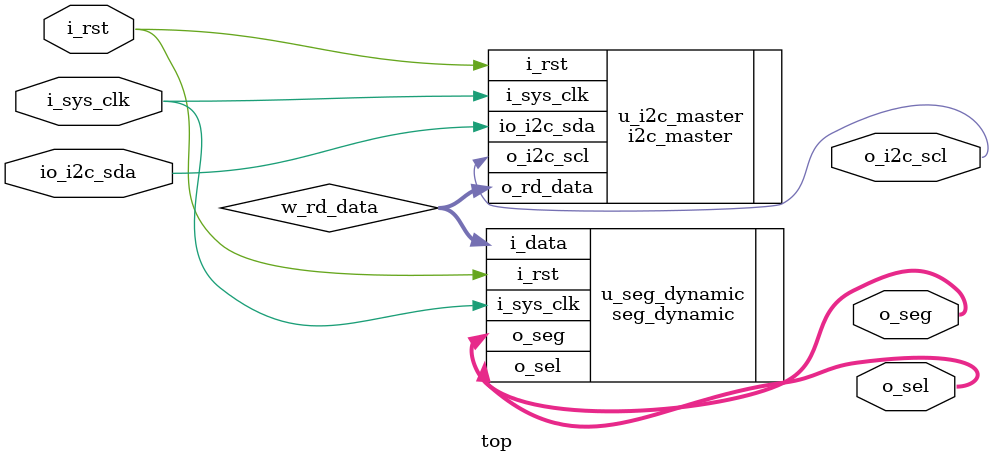
<source format=sv>
module top
(
    input  wire        i_sys_clk,
    input  wire        i_rst,        // reset dong bo, active-HIGH

    inout  wire        io_i2c_sda,

    output wire        o_i2c_scl,
    output wire [7:0]  o_sel,
    output wire [7:0]  o_seg
);

    // ==============================
    // Wiring
    // ==============================
    wire [26:0] w_rd_data;

    // ==============================
    // I2C ADT7420 master
    // ==============================
    i2c_master #(
        .DEVICE_ADDR   (7'b1001_011),     // ADT7420 7-bit address (0x49)
        .SYS_CLK_FREQ  ('d100_000_000),   // 100 MHz
        .SCL_FREQ      ('d250_000)        // 250 kHz
    ) u_i2c_master (
        .i_sys_clk (i_sys_clk),
        .i_rst     (i_rst),

        .io_i2c_sda(io_i2c_sda),

        .o_i2c_scl (o_i2c_scl),
        .o_rd_data (w_rd_data)
    );

    // ==============================
    // 7-seg dynamic display
    // ==============================
    seg_dynamic #(
        .CNT_MAX(17'd99_999)              // ~1ms @ 100 MHz
    ) u_seg_dynamic (
        .i_sys_clk (i_sys_clk),
        .i_rst     (i_rst),
        .i_data    (w_rd_data),

        .o_sel     (o_sel),
        .o_seg     (o_seg)
    );

endmodule

</source>
